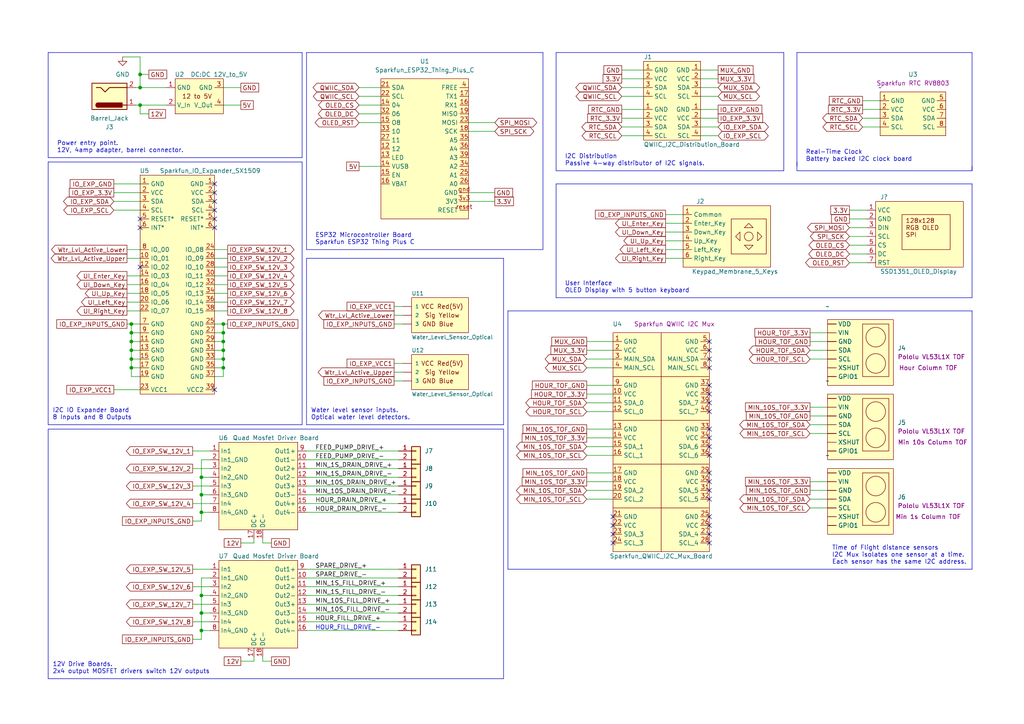
<source format=kicad_sch>
(kicad_sch (version 20230121) (generator eeschema)
  (paper "A4")
  (title_block (title "Aqua Clock Electronics Schematic") (date "2023/09/30") (rev "1.0") (company "JFM Automation"))
  (lib_symbols
    (symbol "Connector:Barrel_Jack" (pin_names (offset 1.016))
      (property "Reference" "J" (at 0 5.334 0))
      (property "Value" "Barrel_Jack" (at 0 -5.08 0))
      (symbol "Barrel_Jack_1_1"
        (pin passive line (at 7.62 2.54 180) (length 2.54) (name "~") (number "1"))
        (pin passive line (at 7.62 -2.54 180) (length 2.54) (name "~") (number "2"))
      )
    )
    (symbol "Connector_Generic:Conn_01x02" (pin_names (offset 1.016) hide)
      (property "Reference" "J" (at 0 2.54 0))
      (property "Value" "Conn_01x02" (at 0 -5.08 0))
      (symbol "Conn_01x02_1_1"
        (pin passive line (at -5.08 0 0) (length 3.81) (name "Pin_1") (number "1"))
        (pin passive line (at -5.08 -2.54 0) (length 3.81) (name "Pin_2") (number "2"))
      )
    )
    (symbol "Joe_Water_Clock_Kicad_Library:DC_DC_Converter_12V_to_5V"
      (property "Reference" "U2" (at 6.985 2.54 0))
      (property "Value" "DC:DC 12V_to_5V" (at 6.985 0 0))
      (symbol "DC_DC_Converter_12V_to_5V_1_1"
        (text "12 to 5V" (at 6.35 -7.62 0) (effects (font (size 1.27 1.27))))
        (pin power_in line (at -2.54 -5.08 0) (length 2.54) (name "GND") (number "1"))
        (pin power_in line (at -2.54 -10.16 0) (length 2.54) (name "V_In") (number "2"))
        (pin power_out line (at 13.97 -5.08 180) (length 2.54) (name "GND") (number "3"))
        (pin power_out line (at 13.97 -10.16 180) (length 2.54) (name "V_Out") (number "4"))
      )
    )
    (symbol "Joe_Water_Clock_Kicad_Library:Keypad_Membrane_5_Keys"
      (property "Reference" "J2" (at 1.27 -1.27 0))
      (property "Value" "Keypad_Membrane_5_Keys" (at 0 -21.59 0))
      (symbol "Keypad_Membrane_5_Keys_1_1"
        (pin input line (at -2.54 -5.08 0) (length 2.54) (name "Common") (number "1"))
        (pin input line (at -2.54 -7.62 0) (length 2.54) (name "Enter_Key") (number "2"))
        (pin input line (at -2.54 -10.16 0) (length 2.54) (name "Down_Key") (number "3"))
        (pin input line (at -2.54 -12.7 0) (length 2.54) (name "Up_Key") (number "4"))
        (pin input line (at -2.54 -15.24 0) (length 2.54) (name "Left_Key") (number "5"))
        (pin input line (at -2.54 -17.78 0) (length 2.54) (name "Right_Key") (number "6"))
      )
    )
    (symbol "Joe_Water_Clock_Kicad_Library:QWIIC_I2C_Distribution_Board"
      (property "Reference" "J" (at 1.27 -1.27 0))
      (property "Value" "QWIIC_I2C_Distribution_Board" (at 10.16 -26.67 0))
      (symbol "QWIIC_I2C_Distribution_Board_1_1"
        (pin input line (at -2.54 -16.51 0) (length 2.54) (name "GND") (number "1"))
        (pin input line (at -2.54 -5.08 0) (length 2.54) (name "GND") (number "1"))
        (pin input line (at 13.97 -16.51 180) (length 2.54) (name "GND") (number "1"))
        (pin input line (at 13.97 -5.08 180) (length 2.54) (name "GND") (number "1"))
        (pin input line (at -2.54 -19.05 0) (length 2.54) (name "VCC") (number "2"))
        (pin input line (at -2.54 -7.62 0) (length 2.54) (name "VCC") (number "2"))
        (pin input line (at 13.97 -19.05 180) (length 2.54) (name "VCC") (number "2"))
        (pin input line (at 13.97 -7.62 180) (length 2.54) (name "VCC") (number "2"))
        (pin input line (at -2.54 -21.59 0) (length 2.54) (name "SDA") (number "3"))
        (pin input line (at -2.54 -10.16 0) (length 2.54) (name "SDA") (number "3"))
        (pin input line (at 13.97 -21.59 180) (length 2.54) (name "SDA") (number "3"))
        (pin input line (at 13.97 -10.16 180) (length 2.54) (name "SDA") (number "3"))
        (pin input line (at -2.54 -24.13 0) (length 2.54) (name "SCL") (number "4"))
        (pin input line (at -2.54 -12.7 0) (length 2.54) (name "SCL") (number "4"))
        (pin input line (at 13.97 -24.13 180) (length 2.54) (name "SCL") (number "4"))
        (pin input line (at 13.97 -12.7 180) (length 2.54) (name "SCL") (number "4"))
      )
    )
    (symbol "Joe_Water_Clock_Kicad_Library:Quad_Mosfet_Driver_Board"
      (property "Reference" "U" (at -1.27 -1.27 0))
      (property "Value" "Quad Mosfet Driver Board" (at 16.51 -1.27 0))
      (symbol "Quad_Mosfet_Driver_Board_1_1"
        (pin input line (at -2.54 -5.08 0) (length 2.54) (name "In1") (number "1"))
        (pin output line (at 25.4 -7.62 180) (length 2.54) (name "Out1-") (number "10"))
        (pin output line (at 25.4 -10.16 180) (length 2.54) (name "Out2+") (number "11"))
        (pin output line (at 25.4 -12.7 180) (length 2.54) (name "Out2-") (number "12"))
        (pin output line (at 25.4 -15.24 180) (length 2.54) (name "Out3+") (number "13"))
        (pin output line (at 25.4 -17.78 180) (length 2.54) (name "Out3-") (number "14"))
        (pin output line (at 25.4 -20.32 180) (length 2.54) (name "Out4+") (number "15"))
        (pin output line (at 25.4 -22.86 180) (length 2.54) (name "Out4-") (number "16"))
        (pin power_in line (at 10.16 -30.48 90) (length 2.54) (name "DC+") (number "17"))
        (pin power_in line (at 12.7 -30.48 90) (length 2.54) (name "DC-") (number "18"))
        (pin input line (at -2.54 -7.62 0) (length 2.54) (name "In1_GND") (number "2"))
        (pin input line (at -2.54 -10.16 0) (length 2.54) (name "In2") (number "3"))
        (pin input line (at -2.54 -12.7 0) (length 2.54) (name "In2_GND") (number "4"))
        (pin input line (at -2.54 -15.24 0) (length 2.54) (name "In3") (number "5"))
        (pin input line (at -2.54 -17.78 0) (length 2.54) (name "In3_GND") (number "6"))
        (pin input line (at -2.54 -20.32 0) (length 2.54) (name "In4") (number "7"))
        (pin input line (at -2.54 -22.86 0) (length 2.54) (name "In4_GND") (number "8"))
        (pin output line (at 25.4 -5.08 180) (length 2.54) (name "Out1+") (number "9"))
      )
    )
    (symbol "Joe_Water_Clock_Kicad_Library:SSD1351_OLED_Display"
      (property "Reference" "J" (at -1.27 -1.27 0))
      (property "Value" "SSD1351_OLED_Display" (at 16.51 -1.27 0))
      (symbol "SSD1351_OLED_Display_0_0"
        (text_box "128x128 RGB OLED\nSPI" (at 7.62 -6.35 0) (size 13.97 -10.16) (effects (font (size 1.27 1.27)) (justify left top)))
      )
      (symbol "SSD1351_OLED_Display_1_1"
        (pin power_in line (at -2.54 -5.08 0) (length 2.54) (name "VCC") (number "1"))
        (pin power_in line (at -2.54 -7.62 0) (length 2.54) (name "GND") (number "2"))
        (pin input line (at -2.54 -10.16 0) (length 2.54) (name "DIN") (number "3"))
        (pin input line (at -2.54 -12.7 0) (length 2.54) (name "SCL") (number "4"))
        (pin input line (at -2.54 -15.24 0) (length 2.54) (name "CS") (number "5"))
        (pin input line (at -2.54 -17.78 0) (length 2.54) (name "DC") (number "6"))
        (pin input line (at -2.54 -20.32 0) (length 2.54) (name "RST") (number "7"))
      )
    )
    (symbol "Joe_Water_Clock_Kicad_Library:Sparkfun_ESP32_Thing_Plus_C"
      (property "Reference" "U" (at 0 2.54 0))
      (property "Value" "Sparkfun_ESP32_Thing_Plus_C" (at 13.97 -43.18 0))
      (property "Description" "Sparkfun ESP32-Thing Plus C" (at 12.7 0 0))
      (symbol "Sparkfun_ESP32_Thing_Plus_C_1_1"
        (pin input line (at 0 -21.59 0) (length 2.54) (name "12") (number "12"))
        (pin input line (at 0 -24.13 0) (length 2.54) (name "LED") (number "13"))
        (pin input line (at 0 -8.89 0) (length 2.54) (name "04") (number "14"))
        (pin input line (at 0 -26.67 0) (length 2.54) (name "VUSB") (number "14"))
        (pin input line (at 0 -29.21 0) (length 2.54) (name "EN") (number "15"))
        (pin input line (at 0 -13.97 0) (length 2.54) (name "O8") (number "15"))
        (pin input line (at 25.4 -8.89 180) (length 2.54) (name "RX1") (number "16"))
        (pin input line (at 0 -31.75 0) (length 2.54) (name "VBAT") (number "16"))
        (pin input line (at 25.4 -6.35 180) (length 2.54) (name "TX1") (number "17"))
        (pin input line (at 25.4 -16.51 180) (length 2.54) (name "SCK") (number "18"))
        (pin input line (at 25.4 -11.43 180) (length 2.54) (name "MISO") (number "19"))
        (pin input line (at 0 -3.81 0) (length 2.54) (name "SDA") (number "21"))
        (pin input line (at 0 -6.35 0) (length 2.54) (name "SCL") (number "22"))
        (pin input line (at 25.4 -13.97 180) (length 2.54) (name "MOSI") (number "23"))
        (pin input line (at 25.4 -29.21 180) (length 2.54) (name "A1") (number "25"))
        (pin input line (at 25.4 -31.75 180) (length 2.54) (name "A0") (number "26"))
        (pin input line (at 0 -19.05 0) (length 2.54) (name "11") (number "27"))
        (pin input line (at 0 -11.43 0) (length 2.54) (name "06") (number "32"))
        (pin input line (at 0 -16.51 0) (length 2.54) (name "10") (number "33"))
        (pin input line (at 25.4 -26.67 180) (length 2.54) (name "A2") (number "34"))
        (pin input line (at 25.4 -19.05 180) (length 2.54) (name "A5") (number "35"))
        (pin input line (at 25.4 -21.59 180) (length 2.54) (name "A4") (number "36"))
        (pin input line (at 25.4 -24.13 180) (length 2.54) (name "A3") (number "39"))
        (pin input line (at 25.4 -36.83 180) (length 2.54) (name "3V3") (number "3v3"))
        (pin input line (at 25.4 -3.81 180) (length 2.54) (name "FREE") (number "4"))
        (pin input line (at 25.4 -34.29 180) (length 2.54) (name "GND") (number "gnd"))
        (pin input line (at 25.4 -39.37 180) (length 2.54) (name "RESET") (number "reset"))
      )
    )
    (symbol "Joe_Water_Clock_Kicad_Library:Sparkfun_IO_Expander_SX1509"
      (property "Reference" "U5" (at 13.97 6.35 0))
      (property "Value" "Sparkfun_IO_Expander_SX1509" (at 13.97 3.81 0))
      (property "Description" "Sparkfun IO Expander SX1509" (at 13.97 1.27 0))
      (symbol "Sparkfun_IO_Expander_SX1509_1_1"
        (pin input line (at 0 -3.81 0) (length 2.54) (name "GND") (number "1"))
        (pin input line (at 21.59 -3.81 180) (length 2.54) (name "GND") (number "1"))
        (pin input line (at 0 -25.4 0) (length 2.54) (name "IO_01") (number "10"))
        (pin input line (at 0 -49.53 0) (length 2.54) (name "GND") (number "11"))
        (pin input line (at 0 -27.94 0) (length 2.54) (name "IO_02") (number "12"))
        (pin input line (at 0 -52.07 0) (length 2.54) (name "GND") (number "13"))
        (pin input line (at 0 -30.48 0) (length 2.54) (name "IO_03") (number "14"))
        (pin input line (at 0 -54.61 0) (length 2.54) (name "GND") (number "15"))
        (pin input line (at 0 -33.02 0) (length 2.54) (name "IO_04") (number "16"))
        (pin input line (at 0 -57.15 0) (length 2.54) (name "GND") (number "17"))
        (pin input line (at 0 -35.56 0) (length 2.54) (name "IO_05") (number "18"))
        (pin input line (at 0 -59.69 0) (length 2.54) (name "GND") (number "19"))
        (pin input line (at 0 -6.35 0) (length 2.54) (name "VCC") (number "2"))
        (pin input line (at 21.59 -6.35 180) (length 2.54) (name "VCC") (number "2"))
        (pin input line (at 0 -38.1 0) (length 2.54) (name "IO_06") (number "20"))
        (pin input line (at 0 -40.64 0) (length 2.54) (name "IO_07") (number "22"))
        (pin input line (at 0 -63.5 0) (length 2.54) (name "VCC1") (number "23"))
        (pin input line (at 21.59 -22.86 180) (length 2.54) (name "IO_08") (number "24"))
        (pin input line (at 21.59 -44.45 180) (length 2.54) (name "GND") (number "25"))
        (pin input line (at 21.59 -25.4 180) (length 2.54) (name "IO_09") (number "26"))
        (pin input line (at 21.59 -46.99 180) (length 2.54) (name "GND") (number "27"))
        (pin input line (at 21.59 -27.94 180) (length 2.54) (name "IO_10") (number "28"))
        (pin input line (at 21.59 -49.53 180) (length 2.54) (name "GND") (number "29"))
        (pin input line (at 0 -8.89 0) (length 2.54) (name "SDA") (number "3"))
        (pin input line (at 21.59 -8.89 180) (length 2.54) (name "SDA") (number "3"))
        (pin input line (at 21.59 -30.48 180) (length 2.54) (name "IO_11") (number "30"))
        (pin input line (at 21.59 -52.07 180) (length 2.54) (name "GND") (number "31"))
        (pin input line (at 21.59 -33.02 180) (length 2.54) (name "IO_12") (number "32"))
        (pin input line (at 21.59 -54.61 180) (length 2.54) (name "GND") (number "33"))
        (pin input line (at 21.59 -35.56 180) (length 2.54) (name "IO_13") (number "34"))
        (pin input line (at 21.59 -57.15 180) (length 2.54) (name "GND") (number "35"))
        (pin input line (at 21.59 -38.1 180) (length 2.54) (name "IO_14") (number "36"))
        (pin input line (at 21.59 -59.69 180) (length 2.54) (name "GND") (number "37"))
        (pin input line (at 21.59 -40.64 180) (length 2.54) (name "IO_15") (number "38"))
        (pin input line (at 21.59 -63.5 180) (length 2.54) (name "VCC2") (number "39"))
        (pin input line (at 0 -11.43 0) (length 2.54) (name "SCL") (number "4"))
        (pin input line (at 21.59 -11.43 180) (length 2.54) (name "SCL") (number "4"))
        (pin input line (at 0 -13.97 0) (length 2.54) (name "RESET*") (number "5"))
        (pin input line (at 21.59 -13.97 180) (length 2.54) (name "RESET*") (number "5"))
        (pin input line (at 0 -16.51 0) (length 2.54) (name "INT*") (number "6"))
        (pin input line (at 21.59 -16.51 180) (length 2.54) (name "INT*") (number "6"))
        (pin input line (at 0 -44.45 0) (length 2.54) (name "GND") (number "7"))
        (pin input line (at 0 -22.86 0) (length 2.54) (name "IO_00") (number "8"))
        (pin input line (at 0 -46.99 0) (length 2.54) (name "GND") (number "9"))
      )
    )
    (symbol "Joe_Water_Clock_Kicad_Library:Sparkfun_QWIIC_I2C_Mux_Board"
      (property "Reference" "U4" (at 1.27 1.27 0))
      (property "Value" "Sparkfun_QWIIC_I2C_Mux_Board" (at 13.97 -66.04 0))
      (property "Description" "Sparkfun QWIIC I2C Mux" (at 17.78 1.27 0))
      (symbol "Sparkfun_QWIIC_I2C_Mux_Board_1_1"
        (pin input line (at 0 -3.81 0) (length 2.54) (name "GND") (number "1"))
        (pin input line (at 0 -19.05 0) (length 2.54) (name "VCC") (number "10"))
        (pin input line (at 0 -21.59 0) (length 2.54) (name "SDA_0") (number "11"))
        (pin input line (at 0 -24.13 0) (length 2.54) (name "SCL_0") (number "12"))
        (pin input line (at 0 -29.21 0) (length 2.54) (name "GND") (number "13"))
        (pin input line (at 0 -31.75 0) (length 2.54) (name "VCC") (number "14"))
        (pin input line (at 0 -34.29 0) (length 2.54) (name "SDA_1") (number "15"))
        (pin input line (at 0 -36.83 0) (length 2.54) (name "SCL_1") (number "16"))
        (pin input line (at 0 -41.91 0) (length 2.54) (name "GND") (number "17"))
        (pin input line (at 0 -44.45 0) (length 2.54) (name "VCC") (number "18"))
        (pin input line (at 0 -46.99 0) (length 2.54) (name "SDA_2") (number "19"))
        (pin input line (at 0 -6.35 0) (length 2.54) (name "VCC") (number "2"))
        (pin input line (at 0 -49.53 0) (length 2.54) (name "SCL_2") (number "20"))
        (pin input line (at 0 -54.61 0) (length 2.54) (name "GND") (number "21"))
        (pin input line (at 0 -57.15 0) (length 2.54) (name "VCC") (number "22"))
        (pin input line (at 0 -59.69 0) (length 2.54) (name "SDA_3") (number "23"))
        (pin input line (at 0 -62.23 0) (length 2.54) (name "SCL_3") (number "24"))
        (pin input line (at 27.94 -54.61 180) (length 2.54) (name "GND") (number "25"))
        (pin input line (at 27.94 -57.15 180) (length 2.54) (name "VCC") (number "26"))
        (pin input line (at 27.94 -59.69 180) (length 2.54) (name "SDA_4") (number "27"))
        (pin input line (at 27.94 -62.23 180) (length 2.54) (name "SCL_4") (number "28"))
        (pin input line (at 27.94 -41.91 180) (length 2.54) (name "GND") (number "29"))
        (pin input line (at 0 -8.89 0) (length 2.54) (name "MAIN_SDA") (number "3"))
        (pin input line (at 27.94 -44.45 180) (length 2.54) (name "VCC") (number "30"))
        (pin input line (at 27.94 -46.99 180) (length 2.54) (name "SDA_5") (number "31"))
        (pin input line (at 27.94 -49.53 180) (length 2.54) (name "SCL_5") (number "32"))
        (pin input line (at 27.94 -29.21 180) (length 2.54) (name "GND") (number "33"))
        (pin input line (at 27.94 -31.75 180) (length 2.54) (name "VCC") (number "34"))
        (pin input line (at 27.94 -34.29 180) (length 2.54) (name "SDA_6") (number "35"))
        (pin input line (at 27.94 -36.83 180) (length 2.54) (name "SCL_6") (number "36"))
        (pin input line (at 27.94 -16.51 180) (length 2.54) (name "GND") (number "37"))
        (pin input line (at 27.94 -19.05 180) (length 2.54) (name "VCC") (number "38"))
        (pin input line (at 27.94 -21.59 180) (length 2.54) (name "SDA_7") (number "39"))
        (pin input line (at 0 -11.43 0) (length 2.54) (name "MAIN_SCL") (number "4"))
        (pin input line (at 27.94 -24.13 180) (length 2.54) (name "SCL_7") (number "40"))
        (pin input line (at 27.94 -3.81 180) (length 2.54) (name "GND") (number "5"))
        (pin input line (at 27.94 -6.35 180) (length 2.54) (name "VCC") (number "6"))
        (pin input line (at 27.94 -8.89 180) (length 2.54) (name "MAIN_SDA") (number "7"))
        (pin input line (at 27.94 -11.43 180) (length 2.54) (name "MAIN_SCL") (number "8"))
        (pin input line (at 0 -16.51 0) (length 2.54) (name "GND") (number "9"))
      )
    )
    (symbol "Joe_Water_Clock_Kicad_Library:Sparkfun_RTC_RV8803"
      (property "Reference" "U" (at 0 2.54 0))
      (property "Description" "Sparkfun RTC RV8803" (at 10.16 0 0))
      (symbol "Sparkfun_RTC_RV8803_1_1"
        (pin input line (at 0 -3.81 0) (length 2.54) (name "GND") (number "1"))
        (pin input line (at 0 -6.35 0) (length 2.54) (name "VCC") (number "2"))
        (pin input line (at 0 -8.89 0) (length 2.54) (name "SDA") (number "3"))
        (pin input line (at 0 -11.43 0) (length 2.54) (name "SCL") (number "4"))
        (pin input line (at 19.05 -3.81 180) (length 2.54) (name "GND") (number "5"))
        (pin input line (at 19.05 -6.35 180) (length 2.54) (name "VCC") (number "6"))
        (pin input line (at 19.05 -8.89 180) (length 2.54) (name "SDA") (number "7"))
        (pin input line (at 19.05 -11.43 180) (length 2.54) (name "SCL") (number "8"))
      )
    )
    (symbol "Joe_Water_Clock_Kicad_Library:VL53L1X" (pin_numbers hide)
      (property "Reference" "J" (at 1.27 -2.54 0))
      (property "Description" "Pololu VL53L1X TOF" (at 8.89 -24.13 0))
      (symbol "VL53L1X_1_1"
        (pin input line (at 0 -10.16 0) (length 2.54) (name "GND") (number "GND"))
        (pin input line (at 0 -20.32 0) (length 2.54) (name "GPIO1") (number "GPIO1"))
        (pin input line (at 0 -15.24 0) (length 2.54) (name "SCL") (number "SCL"))
        (pin input line (at 0 -12.7 0) (length 2.54) (name "SDA") (number "SDA"))
        (pin input line (at 0 -5.08 0) (length 2.54) (name "VDD") (number "VDD"))
        (pin input line (at 0 -7.62 0) (length 2.54) (name "VIN") (number "VIN"))
        (pin input line (at 0 -17.78 0) (length 2.54) (name "XSHUT") (number "XSHUT"))
      )
    )
    (symbol "Joe_Water_Clock_Kicad_Library:Water_Level_Sensor_Optical" (pin_numbers hide) (pin_names (offset 1.016))
      (property "Reference" "U" (at -5.08 8.89 0))
      (property "Value" "Water_Level_Sensor_Optical" (at 12.7 -3.81 0))
      (symbol "Water_Level_Sensor_Optical_1_1"
        (text "GND Blue" (at 1.27 5.08 0) (effects (font (size 1.27 1.27))))
        (text "Sig Yellow" (at 0 2.54 0) (effects (font (size 1.27 1.27))))
        (text "VCC Red(5V)" (at 0 0 0) (effects (font (size 1.27 1.27))))
        (pin passive line (at 11.43 0 180) (length 2.54) (name "1") (number "1"))
        (pin passive line (at 11.43 2.54 180) (length 2.54) (name "2") (number "2"))
        (pin passive line (at 11.43 5.08 180) (length 2.54) (name "3") (number "3"))
      )
    )
    (symbol "power:GND" (power) (pin_names (offset 0))
      (property "Value" "GND" (at 0 -3.81 0))
      (symbol "GND_1_1"
        (pin power_in line (at 0 0 270) (length 0) hide (name "GND") (number "1"))
      )
    )
  )
  (junction (at 38.1 99.06))
  (junction (at 58.42 143.51))
  (junction (at 58.42 182.88))
  (junction (at 64.77 104.14))
  (junction (at 58.42 177.8))
  (junction (at 38.1 96.52))
  (junction (at 38.1 104.14))
  (junction (at 38.1 106.68))
  (junction (at 40.64 25.4))
  (junction (at 64.77 99.06))
  (junction (at 40.64 30.48))
  (junction (at 40.64 21.59))
  (junction (at 58.42 148.59))
  (junction (at 38.1 93.98))
  (junction (at 64.77 93.98))
  (junction (at 58.42 138.43))
  (junction (at 64.77 96.52))
  (junction (at 38.1 101.6))
  (junction (at 58.42 172.72))
  (junction (at 64.77 106.68))
  (junction (at 64.77 101.6))
  (no_connect (at 62.23 113.03))
  (no_connect (at 205.74 154.94))
  (no_connect (at 205.74 124.46))
  (no_connect (at 205.74 139.7))
  (no_connect (at 205.74 104.14))
  (no_connect (at 205.74 129.54))
  (no_connect (at 205.74 101.6))
  (no_connect (at 177.8 152.4))
  (no_connect (at 40.64 66.04))
  (no_connect (at 205.74 152.4))
  (no_connect (at 177.8 154.94))
  (no_connect (at 177.8 149.86))
  (no_connect (at 205.74 132.08))
  (no_connect (at 205.74 127))
  (no_connect (at 205.74 149.86))
  (no_connect (at 62.23 55.88))
  (no_connect (at 62.23 60.96))
  (no_connect (at 177.8 157.48))
  (no_connect (at 205.74 119.38))
  (no_connect (at 205.74 142.24))
  (no_connect (at 205.74 116.84))
  (no_connect (at 205.74 111.76))
  (no_connect (at 205.74 106.68))
  (no_connect (at 205.74 144.78))
  (no_connect (at 205.74 157.48))
  (no_connect (at 205.74 99.06))
  (no_connect (at 40.64 77.47))
  (no_connect (at 62.23 53.34))
  (no_connect (at 62.23 63.5))
  (no_connect (at 40.64 63.5))
  (no_connect (at 62.23 58.42))
  (no_connect (at 205.74 137.16))
  (no_connect (at 205.74 114.3))
  (no_connect (at 62.23 66.04))
  (wire (pts (xy 250.19 29.21) (xy 255.27 29.21)))
  (wire (pts (xy 203.2 27.94) (xy 208.28 27.94)))
  (polyline (pts (xy 147.32 90.17) (xy 147.32 165.1)))
  (wire (pts (xy 55.88 185.42) (xy 58.42 185.42)))
  (wire (pts (xy 60.96 138.43) (xy 58.42 138.43)))
  (wire (pts (xy 234.95 96.52) (xy 240.03 96.52)))
  (wire (pts (xy 76.2 191.77) (xy 76.2 190.5)))
  (wire (pts (xy 38.1 109.22) (xy 38.1 106.68)))
  (wire (pts (xy 62.23 77.47) (xy 66.04 77.47)))
  (wire (pts (xy 180.34 20.32) (xy 186.69 20.32)))
  (wire (pts (xy 62.23 106.68) (xy 64.77 106.68)))
  (wire (pts (xy 170.18 116.84) (xy 177.8 116.84)))
  (wire (pts (xy 114.3 88.9) (xy 116.84 88.9)))
  (polyline (pts (xy 227.33 15.24) (xy 227.33 49.53)))
  (polyline (pts (xy 13.97 123.19) (xy 87.63 123.19)))
  (polyline (pts (xy 281.94 48.26) (xy 281.94 49.53)))
  (wire (pts (xy 88.9 167.64) (xy 115.57 167.64)))
  (polyline (pts (xy 157.48 15.24) (xy 157.48 72.39)))
  (polyline (pts (xy 87.63 46.99) (xy 13.97 46.99)))
  (wire (pts (xy 88.9 138.43) (xy 115.57 138.43)))
  (polyline (pts (xy 87.63 15.24) (xy 87.63 45.72)))
  (polyline (pts (xy 88.9 74.93) (xy 88.9 123.19)))
  (polyline (pts (xy 147.32 165.1) (xy 281.94 165.1)))
  (wire (pts (xy 203.2 25.4) (xy 208.28 25.4)))
  (wire (pts (xy 58.42 143.51) (xy 58.42 148.59)))
  (wire (pts (xy 38.1 93.98) (xy 40.64 93.98)))
  (wire (pts (xy 33.02 53.34) (xy 40.64 53.34)))
  (wire (pts (xy 62.23 96.52) (xy 64.77 96.52)))
  (wire (pts (xy 62.23 109.22) (xy 64.77 109.22)))
  (polyline (pts (xy 87.63 123.19) (xy 87.63 46.99)))
  (polyline (pts (xy 88.9 72.39) (xy 157.48 72.39)))
  (wire (pts (xy 88.9 172.72) (xy 115.57 172.72)))
  (polyline (pts (xy 146.05 123.19) (xy 146.05 74.93)))
  (wire (pts (xy 39.37 30.48) (xy 40.64 30.48)))
  (wire (pts (xy 55.88 146.05) (xy 60.96 146.05)))
  (wire (pts (xy 64.77 96.52) (xy 64.77 93.98)))
  (polyline (pts (xy 161.29 86.36) (xy 281.94 86.36)))
  (wire (pts (xy 170.18 129.54) (xy 177.8 129.54)))
  (wire (pts (xy 73.66 157.48) (xy 73.66 156.21)))
  (wire (pts (xy 180.34 39.37) (xy 186.69 39.37)))
  (wire (pts (xy 64.77 106.68) (xy 64.77 104.14)))
  (wire (pts (xy 180.34 27.94) (xy 186.69 27.94)))
  (polyline (pts (xy 227.33 15.24) (xy 161.29 15.24)))
  (wire (pts (xy 246.38 71.12) (xy 251.46 71.12)))
  (wire (pts (xy 88.9 175.26) (xy 115.57 175.26)))
  (wire (pts (xy 62.23 85.09) (xy 66.04 85.09)))
  (wire (pts (xy 62.23 74.93) (xy 66.04 74.93)))
  (wire (pts (xy 104.14 35.56) (xy 110.49 35.56)))
  (wire (pts (xy 40.64 30.48) (xy 48.26 30.48)))
  (wire (pts (xy 36.83 90.17) (xy 40.64 90.17)))
  (wire (pts (xy 73.66 191.77) (xy 73.66 190.5)))
  (wire (pts (xy 193.04 64.77) (xy 198.12 64.77)))
  (wire (pts (xy 78.74 191.77) (xy 76.2 191.77)))
  (polyline (pts (xy 88.9 74.93) (xy 146.05 74.93)))
  (wire (pts (xy 114.3 107.95) (xy 116.84 107.95)))
  (wire (pts (xy 234.95 144.78) (xy 240.03 144.78)))
  (wire (pts (xy 40.64 33.02) (xy 43.18 33.02)))
  (wire (pts (xy 88.9 182.88) (xy 115.57 182.88)))
  (wire (pts (xy 193.04 62.23) (xy 198.12 62.23)))
  (wire (pts (xy 114.3 110.49) (xy 116.84 110.49)))
  (wire (pts (xy 40.64 21.59) (xy 40.64 16.51)))
  (wire (pts (xy 40.64 21.59) (xy 43.18 21.59)))
  (wire (pts (xy 58.42 133.35) (xy 58.42 138.43)))
  (wire (pts (xy 114.3 105.41) (xy 116.84 105.41)))
  (wire (pts (xy 62.23 87.63) (xy 66.04 87.63)))
  (polyline (pts (xy 157.48 15.24) (xy 88.9 15.24)))
  (wire (pts (xy 246.38 68.58) (xy 251.46 68.58)))
  (wire (pts (xy 40.64 25.4) (xy 48.26 25.4)))
  (wire (pts (xy 246.38 76.2) (xy 251.46 76.2)))
  (wire (pts (xy 170.18 99.06) (xy 177.8 99.06)))
  (wire (pts (xy 203.2 20.32) (xy 208.28 20.32)))
  (wire (pts (xy 180.34 31.75) (xy 186.69 31.75)))
  (wire (pts (xy 180.34 25.4) (xy 186.69 25.4)))
  (wire (pts (xy 170.18 132.08) (xy 177.8 132.08)))
  (wire (pts (xy 104.14 33.02) (xy 110.49 33.02)))
  (wire (pts (xy 38.1 101.6) (xy 38.1 99.06)))
  (wire (pts (xy 62.23 72.39) (xy 66.04 72.39)))
  (wire (pts (xy 234.95 147.32) (xy 240.03 147.32)))
  (wire (pts (xy 40.64 109.22) (xy 38.1 109.22)))
  (wire (pts (xy 38.1 104.14) (xy 40.64 104.14)))
  (wire (pts (xy 250.19 34.29) (xy 255.27 34.29)))
  (wire (pts (xy 88.9 165.1) (xy 115.57 165.1)))
  (wire (pts (xy 58.42 172.72) (xy 60.96 172.72)))
  (wire (pts (xy 170.18 127) (xy 177.8 127)))
  (wire (pts (xy 246.38 63.5) (xy 251.46 63.5)))
  (wire (pts (xy 104.14 25.4) (xy 110.49 25.4)))
  (wire (pts (xy 58.42 172.72) (xy 58.42 167.64)))
  (wire (pts (xy 180.34 22.86) (xy 186.69 22.86)))
  (wire (pts (xy 62.23 82.55) (xy 66.04 82.55)))
  (wire (pts (xy 234.95 120.65) (xy 240.03 120.65)))
  (wire (pts (xy 38.1 99.06) (xy 38.1 96.52)))
  (polyline (pts (xy 13.97 124.46) (xy 13.97 196.85)))
  (polyline (pts (xy 161.29 53.34) (xy 161.29 86.36)))
  (wire (pts (xy 58.42 148.59) (xy 60.96 148.59)))
  (wire (pts (xy 234.95 118.11) (xy 240.03 118.11)))
  (wire (pts (xy 62.23 90.17) (xy 66.04 90.17)))
  (wire (pts (xy 114.3 93.98) (xy 116.84 93.98)))
  (wire (pts (xy 88.9 140.97) (xy 115.57 140.97)))
  (wire (pts (xy 33.02 60.96) (xy 40.64 60.96)))
  (wire (pts (xy 64.77 99.06) (xy 64.77 101.6)))
  (wire (pts (xy 55.88 151.13) (xy 58.42 151.13)))
  (wire (pts (xy 104.14 48.26) (xy 110.49 48.26)))
  (polyline (pts (xy 88.9 123.19) (xy 146.05 123.19)))
  (wire (pts (xy 76.2 156.21) (xy 76.2 157.48)))
  (wire (pts (xy 38.1 101.6) (xy 40.64 101.6)))
  (wire (pts (xy 69.85 157.48) (xy 73.66 157.48)))
  (wire (pts (xy 203.2 34.29) (xy 208.28 34.29)))
  (wire (pts (xy 246.38 60.96) (xy 251.46 60.96)))
  (wire (pts (xy 58.42 177.8) (xy 60.96 177.8)))
  (wire (pts (xy 193.04 74.93) (xy 198.12 74.93)))
  (polyline (pts (xy 281.94 90.17) (xy 147.32 90.17)))
  (wire (pts (xy 193.04 72.39) (xy 198.12 72.39)))
  (wire (pts (xy 180.34 34.29) (xy 186.69 34.29)))
  (wire (pts (xy 234.95 142.24) (xy 240.03 142.24)))
  (wire (pts (xy 88.9 177.8) (xy 115.57 177.8)))
  (wire (pts (xy 64.77 25.4) (xy 69.85 25.4)))
  (wire (pts (xy 36.83 93.98) (xy 38.1 93.98)))
  (wire (pts (xy 203.2 39.37) (xy 208.28 39.37)))
  (wire (pts (xy 58.42 182.88) (xy 60.96 182.88)))
  (wire (pts (xy 38.1 96.52) (xy 38.1 93.98)))
  (polyline (pts (xy 13.97 124.46) (xy 146.05 124.46)))
  (wire (pts (xy 135.89 55.88) (xy 143.51 55.88)))
  (wire (pts (xy 170.18 137.16) (xy 177.8 137.16)))
  (polyline (pts (xy 281.94 15.24) (xy 231.14 15.24)))
  (polyline (pts (xy 281.94 90.17) (xy 281.94 165.1)))
  (wire (pts (xy 36.83 85.09) (xy 40.64 85.09)))
  (wire (pts (xy 88.9 170.18) (xy 115.57 170.18)))
  (wire (pts (xy 234.95 123.19) (xy 240.03 123.19)))
  (wire (pts (xy 246.38 73.66) (xy 251.46 73.66)))
  (polyline (pts (xy 281.94 49.53) (xy 231.14 49.53)))
  (wire (pts (xy 135.89 58.42) (xy 143.51 58.42)))
  (polyline (pts (xy 161.29 49.53) (xy 227.33 49.53)))
  (polyline (pts (xy 281.94 53.34) (xy 281.94 86.36)))
  (wire (pts (xy 203.2 31.75) (xy 208.28 31.75)))
  (polyline (pts (xy 281.94 15.24) (xy 281.94 49.53)))
  (wire (pts (xy 170.18 139.7) (xy 177.8 139.7)))
  (wire (pts (xy 58.42 151.13) (xy 58.42 148.59)))
  (wire (pts (xy 62.23 104.14) (xy 64.77 104.14)))
  (wire (pts (xy 62.23 93.98) (xy 64.77 93.98)))
  (wire (pts (xy 135.89 38.1) (xy 143.51 38.1)))
  (wire (pts (xy 250.19 31.75) (xy 255.27 31.75)))
  (wire (pts (xy 170.18 144.78) (xy 177.8 144.78)))
  (wire (pts (xy 88.9 133.35) (xy 115.57 133.35)))
  (wire (pts (xy 170.18 106.68) (xy 177.8 106.68)))
  (wire (pts (xy 170.18 101.6) (xy 177.8 101.6)))
  (wire (pts (xy 33.02 113.03) (xy 40.64 113.03)))
  (wire (pts (xy 170.18 111.76) (xy 177.8 111.76)))
  (wire (pts (xy 234.95 104.14) (xy 240.03 104.14)))
  (polyline (pts (xy 13.97 15.24) (xy 13.97 45.72)))
  (wire (pts (xy 60.96 133.35) (xy 58.42 133.35)))
  (wire (pts (xy 55.88 130.81) (xy 60.96 130.81)))
  (wire (pts (xy 170.18 142.24) (xy 177.8 142.24)))
  (wire (pts (xy 55.88 180.34) (xy 60.96 180.34)))
  (wire (pts (xy 38.1 99.06) (xy 40.64 99.06)))
  (wire (pts (xy 170.18 104.14) (xy 177.8 104.14)))
  (wire (pts (xy 88.9 180.34) (xy 115.57 180.34)))
  (wire (pts (xy 234.95 99.06) (xy 240.03 99.06)))
  (wire (pts (xy 246.38 66.04) (xy 251.46 66.04)))
  (wire (pts (xy 104.14 27.94) (xy 110.49 27.94)))
  (wire (pts (xy 38.1 106.68) (xy 38.1 104.14)))
  (wire (pts (xy 170.18 124.46) (xy 177.8 124.46)))
  (wire (pts (xy 38.1 106.68) (xy 40.64 106.68)))
  (wire (pts (xy 234.95 125.73) (xy 240.03 125.73)))
  (wire (pts (xy 250.19 36.83) (xy 255.27 36.83)))
  (wire (pts (xy 58.42 167.64) (xy 60.96 167.64)))
  (wire (pts (xy 55.88 140.97) (xy 60.96 140.97)))
  (wire (pts (xy 60.96 143.51) (xy 58.42 143.51)))
  (wire (pts (xy 62.23 80.01) (xy 66.04 80.01)))
  (wire (pts (xy 39.37 25.4) (xy 40.64 25.4)))
  (wire (pts (xy 203.2 22.86) (xy 208.28 22.86)))
  (wire (pts (xy 104.14 30.48) (xy 110.49 30.48)))
  (wire (pts (xy 33.02 58.42) (xy 40.64 58.42)))
  (wire (pts (xy 58.42 182.88) (xy 58.42 177.8)))
  (wire (pts (xy 193.04 69.85) (xy 198.12 69.85)))
  (wire (pts (xy 55.88 165.1) (xy 60.96 165.1)))
  (wire (pts (xy 36.83 80.01) (xy 40.64 80.01)))
  (wire (pts (xy 55.88 170.18) (xy 60.96 170.18)))
  (wire (pts (xy 55.88 135.89) (xy 60.96 135.89)))
  (wire (pts (xy 38.1 96.52) (xy 40.64 96.52)))
  (wire (pts (xy 55.88 175.26) (xy 60.96 175.26)))
  (wire (pts (xy 193.04 67.31) (xy 198.12 67.31)))
  (wire (pts (xy 33.02 55.88) (xy 40.64 55.88)))
  (wire (pts (xy 36.83 87.63) (xy 40.64 87.63)))
  (wire (pts (xy 170.18 114.3) (xy 177.8 114.3)))
  (wire (pts (xy 135.89 35.56) (xy 143.51 35.56)))
  (wire (pts (xy 88.9 135.89) (xy 115.57 135.89)))
  (wire (pts (xy 58.42 177.8) (xy 58.42 172.72)))
  (wire (pts (xy 40.64 30.48) (xy 40.64 33.02)))
  (wire (pts (xy 88.9 143.51) (xy 115.57 143.51)))
  (wire (pts (xy 62.23 99.06) (xy 64.77 99.06)))
  (polyline (pts (xy 231.14 15.24) (xy 231.14 48.26)))
  (polyline (pts (xy 231.14 49.53) (xy 231.14 46.99)))
  (wire (pts (xy 180.34 36.83) (xy 186.69 36.83)))
  (polyline (pts (xy 13.97 123.19) (xy 13.97 46.99)))
  (wire (pts (xy 58.42 185.42) (xy 58.42 182.88)))
  (wire (pts (xy 88.9 148.59) (xy 115.57 148.59)))
  (polyline (pts (xy 161.29 15.24) (xy 161.29 49.53)))
  (wire (pts (xy 170.18 119.38) (xy 177.8 119.38)))
  (polyline (pts (xy 13.97 45.72) (xy 87.63 45.72)))
  (polyline (pts (xy 146.05 196.85) (xy 13.97 196.85)))
  (wire (pts (xy 62.23 101.6) (xy 64.77 101.6)))
  (wire (pts (xy 76.2 157.48) (xy 78.74 157.48)))
  (wire (pts (xy 88.9 130.81) (xy 115.57 130.81)))
  (wire (pts (xy 40.64 21.59) (xy 40.64 25.4)))
  (wire (pts (xy 64.77 101.6) (xy 64.77 104.14)))
  (wire (pts (xy 36.83 74.93) (xy 40.64 74.93)))
  (wire (pts (xy 64.77 99.06) (xy 64.77 96.52)))
  (wire (pts (xy 36.83 72.39) (xy 40.64 72.39)))
  (polyline (pts (xy 88.9 15.24) (xy 88.9 72.39)))
  (wire (pts (xy 58.42 138.43) (xy 58.42 143.51)))
  (polyline (pts (xy 281.94 53.34) (xy 161.29 53.34)))
  (wire (pts (xy 69.85 191.77) (xy 73.66 191.77)))
  (wire (pts (xy 35.56 16.51) (xy 40.64 16.51)))
  (wire (pts (xy 64.77 93.98) (xy 66.04 93.98)))
  (wire (pts (xy 36.83 82.55) (xy 40.64 82.55)))
  (polyline (pts (xy 87.63 15.24) (xy 13.97 15.24)))
  (wire (pts (xy 64.77 30.48) (xy 69.85 30.48)))
  (wire (pts (xy 234.95 139.7) (xy 240.03 139.7)))
  (wire (pts (xy 64.77 109.22) (xy 64.77 106.68)))
  (wire (pts (xy 88.9 146.05) (xy 115.57 146.05)))
  (wire (pts (xy 234.95 101.6) (xy 240.03 101.6)))
  (polyline (pts (xy 146.05 124.46) (xy 146.05 196.85)))
  (wire (pts (xy 114.3 91.44) (xy 116.84 91.44)))
  (wire (pts (xy 38.1 104.14) (xy 38.1 101.6)))
  (wire (pts (xy 203.2 36.83) (xy 208.28 36.83)))
  (text "I2C IO Expander Board\n8 Inputs and 8 Outputs" (at 15.24 121.92 0) (effects (font (size 1.27 1.27)) (justify left bottom)))
  (text "Time of Flight distance sensors\nI2C Mux isolates one sensor at a time.\nEach sensor has the same I2C address." (at 241.3 163.83 0) (effects (font (size 1.27 1.27)) (justify left bottom)))
  (text "I2C Distribution\nPassive 4-way distributor of I2C signals." (at 163.83 48.26 0) (effects (font (size 1.27 1.27)) (justify left bottom)))
  (text "12V Drive Boards.\n2x4 output MOSFET drivers switch 12V outputs" (at 15.24 195.58 0) (effects (font (size 1.27 1.27)) (justify left bottom)))
  (text "Power entry point.\n12V, 4amp adapter, barrel connector." (at 16.51 44.45 0) (effects (font (size 1.27 1.27)) (justify left bottom)))
  (text "HOUR_FILL_DRIVE_-" (at 91.44 182.88 0) (effects (font (size 1.27 1.27)) (justify left bottom)))
  (text "Real-Time Clock\nBattery backed I2C clock board" (at 233.68 46.99 0) (effects (font (size 1.27 1.27)) (justify left bottom)))
  (text "User Interface\nOLED Display with 5 button keyboard" (at 163.83 85.09 0) (effects (font (size 1.27 1.27)) (justify left bottom)))
  (text "Water level sensor inputs.\nOptical water level detectors." (at 90.17 121.92 0) (effects (font (size 1.27 1.27)) (justify left bottom)))
  (text "ESP32 Microcontroller Board\nSparkfun ESP32 Thing Plus C" (at 91.44 71.12 0) (effects (font (size 1.27 1.27)) (justify left bottom)))
  (label "SPARE_DRIVE_-" (at 91.44 167.64 0))
  (label "SPARE_DRIVE_+" (at 91.44 165.1 0))
  (label "FEED_PUMP_DRIVE_+" (at 91.44 130.81 0))
  (label "MIN_1S_DRAIN_DRIVE_-" (at 91.44 138.43 0))
  (label "MIN_10S_FILL_DRIVE_-" (at 91.44 177.8 0))
  (label "MIN_1S_FILL_DRIVE_+" (at 91.44 170.18 0))
  (label "HOUR_FILL_DRIVE_+" (at 91.44 180.34 0))
  (label "MIN_10S_DRAIN_DRIVE_+" (at 91.44 140.97 0))
  (label "MIN_1S_DRAIN_DRIVE_+" (at 91.44 135.89 0))
  (label "HOUR_DRAIN_DRIVE_+" (at 91.44 146.05 0))
  (label "FEED_PUMP_DRIVE_-" (at 91.44 133.35 0))
  (label "HOUR_DRAIN_DRIVE_-" (at 91.44 148.59 0))
  (label "MIN_10S_FILL_DRIVE_+" (at 91.44 175.26 0))
  (label "MIN_10S_DRAIN_DRIVE_-" (at 91.44 143.51 0))
  (label "MIN_1S_FILL_DRIVE_-" (at 91.44 172.72 0))
  (global_label "HOUR_TOF_GND" (shape passive) (at 170.18 111.76 180) (property "Intersheetrefs" "${INTERSHEET_REFS}" (effects hide)))
  (global_label "MIN_10S_TOF_SCL" (shape bidirectional) (at 234.95 125.73 180) (property "Intersheetrefs" "${INTERSHEET_REFS}" (effects hide)))
  (global_label "RTC_SDA" (shape bidirectional) (at 180.34 36.83 180) (property "Intersheetrefs" "${INTERSHEET_REFS}" (effects hide)))
  (global_label "IO_EXP_GND" (shape passive) (at 33.02 53.34 180) (property "Intersheetrefs" "${INTERSHEET_REFS}" (effects hide)))
  (global_label "IO_EXP_INPUTS_GND" (shape passive) (at 114.3 110.49 180) (property "Intersheetrefs" "${INTERSHEET_REFS}" (effects hide)))
  (global_label "MUX_SCL" (shape bidirectional) (at 208.28 27.94 0) (property "Intersheetrefs" "${INTERSHEET_REFS}" (effects hide)))
  (global_label "GND" (shape passive) (at 78.74 191.77 0) (property "Intersheetrefs" "${INTERSHEET_REFS}" (effects hide)))
  (global_label "IO_EXP_SW_12V_4" (shape output) (at 55.88 146.05 180) (property "Intersheetrefs" "${INTERSHEET_REFS}" (effects hide)))
  (global_label "HOUR_TOF_SCL" (shape bidirectional) (at 234.95 104.14 180) (property "Intersheetrefs" "${INTERSHEET_REFS}" (effects hide)))
  (global_label "IO_EXP_INPUTS_GND" (shape passive) (at 114.3 93.98 180) (property "Intersheetrefs" "${INTERSHEET_REFS}" (effects hide)))
  (global_label "MIN_10S_TOF_GND" (shape passive) (at 234.95 120.65 180) (property "Intersheetrefs" "${INTERSHEET_REFS}" (effects hide)))
  (global_label "IO_EXP_VCC1" (shape passive) (at 114.3 88.9 180) (property "Intersheetrefs" "${INTERSHEET_REFS}" (effects hide)))
  (global_label "IO_EXP_SDA" (shape bidirectional) (at 208.28 36.83 0) (property "Intersheetrefs" "${INTERSHEET_REFS}" (effects hide)))
  (global_label "RTC_GND" (shape passive) (at 180.34 31.75 180) (property "Intersheetrefs" "${INTERSHEET_REFS}" (effects hide)))
  (global_label "UI_Enter_Key" (shape output) (at 36.83 80.01 180) (property "Intersheetrefs" "${INTERSHEET_REFS}" (effects hide)))
  (global_label "MIN_10S_TOF_GND" (shape passive) (at 234.95 142.24 180) (property "Intersheetrefs" "${INTERSHEET_REFS}" (effects hide)))
  (global_label "IO_EXP_SDA" (shape bidirectional) (at 33.02 58.42 180) (property "Intersheetrefs" "${INTERSHEET_REFS}" (effects hide)))
  (global_label "SPI_SCK" (shape bidirectional) (at 143.51 38.1 0) (property "Intersheetrefs" "${INTERSHEET_REFS}" (effects hide)))
  (global_label "IO_EXP_SW_12V_5" (shape output) (at 55.88 165.1 180) (property "Intersheetrefs" "${INTERSHEET_REFS}" (effects hide)))
  (global_label "OLED_DC" (shape bidirectional) (at 246.38 73.66 180) (property "Intersheetrefs" "${INTERSHEET_REFS}" (effects hide)))
  (global_label "QWIIC_SDA" (shape bidirectional) (at 180.34 25.4 180) (property "Intersheetrefs" "${INTERSHEET_REFS}" (effects hide)))
  (global_label "MIN_10S_TOF_GND" (shape passive) (at 170.18 137.16 180) (property "Intersheetrefs" "${INTERSHEET_REFS}" (effects hide)))
  (global_label "IO_EXP_INPUTS_GND" (shape passive) (at 193.04 62.23 180) (property "Intersheetrefs" "${INTERSHEET_REFS}" (effects hide)))
  (global_label "IO_EXP_SW_12V_8" (shape output) (at 55.88 180.34 180) (property "Intersheetrefs" "${INTERSHEET_REFS}" (effects hide)))
  (global_label "UI_Up_Key" (shape output) (at 36.83 85.09 180) (property "Intersheetrefs" "${INTERSHEET_REFS}" (effects hide)))
  (global_label "IO_EXP_INPUTS_GND" (shape passive) (at 55.88 185.42 180) (property "Intersheetrefs" "${INTERSHEET_REFS}" (effects hide)))
  (global_label "MIN_10S_TOF_SCL" (shape bidirectional) (at 234.95 147.32 180) (property "Intersheetrefs" "${INTERSHEET_REFS}" (effects hide)))
  (global_label "IO_EXP_VCC1" (shape passive) (at 114.3 105.41 180) (property "Intersheetrefs" "${INTERSHEET_REFS}" (effects hide)))
  (global_label "IO_EXP_GND" (shape passive) (at 208.28 31.75 0) (property "Intersheetrefs" "${INTERSHEET_REFS}" (effects hide)))
  (global_label "UI_Left_Key" (shape output) (at 36.83 87.63 180) (property "Intersheetrefs" "${INTERSHEET_REFS}" (effects hide)))
  (global_label "MUX_GND" (shape passive) (at 170.18 99.06 180) (property "Intersheetrefs" "${INTERSHEET_REFS}" (effects hide)))
  (global_label "IO_EXP_VCC1" (shape passive) (at 33.02 113.03 180) (property "Intersheetrefs" "${INTERSHEET_REFS}" (effects hide)))
  (global_label "MIN_10S_TOF_SDA" (shape bidirectional) (at 234.95 144.78 180) (property "Intersheetrefs" "${INTERSHEET_REFS}" (effects hide)))
  (global_label "MIN_10S_TOF_3.3V" (shape passive) (at 234.95 118.11 180) (property "Intersheetrefs" "${INTERSHEET_REFS}" (effects hide)))
  (global_label "MIN_10S_TOF_GND" (shape passive) (at 170.18 124.46 180) (property "Intersheetrefs" "${INTERSHEET_REFS}" (effects hide)))
  (global_label "MIN_10S_TOF_SCL" (shape bidirectional) (at 170.18 132.08 180) (property "Intersheetrefs" "${INTERSHEET_REFS}" (effects hide)))
  (global_label "HOUR_TOF_SDA" (shape bidirectional) (at 170.18 116.84 180) (property "Intersheetrefs" "${INTERSHEET_REFS}" (effects hide)))
  (global_label "SPI_MOSI" (shape bidirectional) (at 143.51 35.56 0) (property "Intersheetrefs" "${INTERSHEET_REFS}" (effects hide)))
  (global_label "IO_EXP_INPUTS_GND" (shape passive) (at 66.04 93.98 0) (property "Intersheetrefs" "${INTERSHEET_REFS}" (effects hide)))
  (global_label "RTC_3.3V" (shape passive) (at 250.19 31.75 180) (property "Intersheetrefs" "${INTERSHEET_REFS}" (effects hide)))
  (global_label "IO_EXP_SW_12V_5" (shape output) (at 66.04 82.55 0) (property "Intersheetrefs" "${INTERSHEET_REFS}" (effects hide)))
  (global_label "MIN_10S_TOF_3.3V" (shape passive) (at 170.18 127 180) (property "Intersheetrefs" "${INTERSHEET_REFS}" (effects hide)))
  (global_label "RTC_GND" (shape passive) (at 250.19 29.21 180) (property "Intersheetrefs" "${INTERSHEET_REFS}" (effects hide)))
  (global_label "IO_EXP_SW_12V_1" (shape output) (at 55.88 130.81 180) (property "Intersheetrefs" "${INTERSHEET_REFS}" (effects hide)))
  (global_label "MUX_3.3V" (shape passive) (at 170.18 101.6 180) (property "Intersheetrefs" "${INTERSHEET_REFS}" (effects hide)))
  (global_label "IO_EXP_SCL" (shape bidirectional) (at 33.02 60.96 180) (property "Intersheetrefs" "${INTERSHEET_REFS}" (effects hide)))
  (global_label "MUX_SCL" (shape bidirectional) (at 170.18 106.68 180) (property "Intersheetrefs" "${INTERSHEET_REFS}" (effects hide)))
  (global_label "IO_EXP_SCL" (shape bidirectional) (at 208.28 39.37 0) (property "Intersheetrefs" "${INTERSHEET_REFS}" (effects hide)))
  (global_label "HOUR_TOF_GND" (shape passive) (at 234.95 99.06 180) (property "Intersheetrefs" "${INTERSHEET_REFS}" (effects hide)))
  (global_label "IO_EXP_INPUTS_GND" (shape passive) (at 36.83 93.98 180) (property "Intersheetrefs" "${INTERSHEET_REFS}" (effects hide)))
  (global_label "GND" (shape passive) (at 69.85 25.4 0) (property "Intersheetrefs" "${INTERSHEET_REFS}" (effects hide)))
  (global_label "HOUR_TOF_3.3V" (shape passive) (at 234.95 96.52 180) (property "Intersheetrefs" "${INTERSHEET_REFS}" (effects hide)))
  (global_label "MIN_10S_TOF_SCL" (shape bidirectional) (at 170.18 144.78 180) (property "Intersheetrefs" "${INTERSHEET_REFS}" (effects hide)))
  (global_label "5V" (shape passive) (at 69.85 30.48 0) (property "Intersheetrefs" "${INTERSHEET_REFS}" (effects hide)))
  (global_label "UI_Right_Key" (shape output) (at 36.83 90.17 180) (property "Intersheetrefs" "${INTERSHEET_REFS}" (effects hide)))
  (global_label "MIN_10S_TOF_SDA" (shape bidirectional) (at 234.95 123.19 180) (property "Intersheetrefs" "${INTERSHEET_REFS}" (effects hide)))
  (global_label "MUX_SDA" (shape bidirectional) (at 170.18 104.14 180) (property "Intersheetrefs" "${INTERSHEET_REFS}" (effects hide)))
  (global_label "UI_Down_Key" (shape output) (at 36.83 82.55 180) (property "Intersheetrefs" "${INTERSHEET_REFS}" (effects hide)))
  (global_label "UI_Left_Key" (shape output) (at 193.04 72.39 180) (property "Intersheetrefs" "${INTERSHEET_REFS}" (effects hide)))
  (global_label "IO_EXP_SW_12V_6" (shape output) (at 66.04 85.09 0) (property "Intersheetrefs" "${INTERSHEET_REFS}" (effects hide)))
  (global_label "SPI_SCK" (shape bidirectional) (at 246.38 68.58 180) (property "Intersheetrefs" "${INTERSHEET_REFS}" (effects hide)))
  (global_label "OLED_DC" (shape bidirectional) (at 104.14 33.02 180) (property "Intersheetrefs" "${INTERSHEET_REFS}" (effects hide)))
  (global_label "GND" (shape passive) (at 246.38 63.5 180) (property "Intersheetrefs" "${INTERSHEET_REFS}" (effects hide)))
  (global_label "IO_EXP_SW_12V_4" (shape output) (at 66.04 80.01 0) (property "Intersheetrefs" "${INTERSHEET_REFS}" (effects hide)))
  (global_label "5V" (shape passive) (at 104.14 48.26 180) (property "Intersheetrefs" "${INTERSHEET_REFS}" (effects hide)))
  (global_label "UI_Right_Key" (shape output) (at 193.04 74.93 180) (property "Intersheetrefs" "${INTERSHEET_REFS}" (effects hide)))
  (global_label "GND" (shape passive) (at 78.74 157.48 0) (property "Intersheetrefs" "${INTERSHEET_REFS}" (effects hide)))
  (global_label "GND" (shape passive) (at 180.34 20.32 180) (property "Intersheetrefs" "${INTERSHEET_REFS}" (effects hide)))
  (global_label "12V" (shape passive) (at 43.18 33.02 0) (property "Intersheetrefs" "${INTERSHEET_REFS}" (effects hide)))
  (global_label "12V" (shape passive) (at 69.85 191.77 180) (property "Intersheetrefs" "${INTERSHEET_REFS}" (effects hide)))
  (global_label "RTC_SDA" (shape bidirectional) (at 250.19 34.29 180) (property "Intersheetrefs" "${INTERSHEET_REFS}" (effects hide)))
  (global_label "IO_EXP_SW_12V_2" (shape output) (at 66.04 74.93 0) (property "Intersheetrefs" "${INTERSHEET_REFS}" (effects hide)))
  (global_label "OLED_CS" (shape bidirectional) (at 246.38 71.12 180) (property "Intersheetrefs" "${INTERSHEET_REFS}" (effects hide)))
  (global_label "RTC_SCL" (shape bidirectional) (at 180.34 39.37 180) (property "Intersheetrefs" "${INTERSHEET_REFS}" (effects hide)))
  (global_label "IO_EXP_SW_12V_7" (shape output) (at 55.88 175.26 180) (property "Intersheetrefs" "${INTERSHEET_REFS}" (effects hide)))
  (global_label "IO_EXP_SW_12V_3" (shape output) (at 66.04 77.47 0) (property "Intersheetrefs" "${INTERSHEET_REFS}" (effects hide)))
  (global_label "IO_EXP_SW_12V_1" (shape output) (at 66.04 72.39 0) (property "Intersheetrefs" "${INTERSHEET_REFS}" (effects hide)))
  (global_label "HOUR_TOF_SDA" (shape bidirectional) (at 234.95 101.6 180) (property "Intersheetrefs" "${INTERSHEET_REFS}" (effects hide)))
  (global_label "MIN_10S_TOF_SDA" (shape bidirectional) (at 170.18 129.54 180) (property "Intersheetrefs" "${INTERSHEET_REFS}" (effects hide)))
  (global_label "UI_Enter_Key" (shape output) (at 193.04 64.77 180) (property "Intersheetrefs" "${INTERSHEET_REFS}" (effects hide)))
  (global_label "GND" (shape passive) (at 43.18 21.59 0) (property "Intersheetrefs" "${INTERSHEET_REFS}" (effects hide)))
  (global_label "MIN_10S_TOF_3.3V" (shape passive) (at 234.95 139.7 180) (property "Intersheetrefs" "${INTERSHEET_REFS}" (effects hide)))
  (global_label "MIN_10S_TOF_SDA" (shape bidirectional) (at 170.18 142.24 180) (property "Intersheetrefs" "${INTERSHEET_REFS}" (effects hide)))
  (global_label "IO_EXP_SW_12V_6" (shape output) (at 55.88 170.18 180) (property "Intersheetrefs" "${INTERSHEET_REFS}" (effects hide)))
  (global_label "IO_EXP_3.3V" (shape passive) (at 33.02 55.88 180) (property "Intersheetrefs" "${INTERSHEET_REFS}" (effects hide)))
  (global_label "MIN_10S_TOF_3.3V" (shape passive) (at 170.18 139.7 180) (property "Intersheetrefs" "${INTERSHEET_REFS}" (effects hide)))
  (global_label "RTC_3.3V" (shape passive) (at 180.34 34.29 180) (property "Intersheetrefs" "${INTERSHEET_REFS}" (effects hide)))
  (global_label "IO_EXP_INPUTS_GND" (shape passive) (at 55.88 151.13 180) (property "Intersheetrefs" "${INTERSHEET_REFS}" (effects hide)))
  (global_label "OLED_CS" (shape bidirectional) (at 104.14 30.48 180) (property "Intersheetrefs" "${INTERSHEET_REFS}" (effects hide)))
  (global_label "HOUR_TOF_SCL" (shape bidirectional) (at 170.18 119.38 180) (property "Intersheetrefs" "${INTERSHEET_REFS}" (effects hide)))
  (global_label "UI_Down_Key" (shape output) (at 193.04 67.31 180) (property "Intersheetrefs" "${INTERSHEET_REFS}" (effects hide)))
  (global_label "UI_Up_Key" (shape output) (at 193.04 69.85 180) (property "Intersheetrefs" "${INTERSHEET_REFS}" (effects hide)))
  (global_label "GND" (shape passive) (at 143.51 55.88 0) (property "Intersheetrefs" "${INTERSHEET_REFS}" (effects hide)))
  (global_label "QWIIC_SDA" (shape bidirectional) (at 104.14 25.4 180) (property "Intersheetrefs" "${INTERSHEET_REFS}" (effects hide)))
  (global_label "Wtr_Lvl_Active_Upper" (shape output) (at 36.83 74.93 180) (property "Intersheetrefs" "${INTERSHEET_REFS}" (effects hide)))
  (global_label "MUX_SDA" (shape bidirectional) (at 208.28 25.4 0) (property "Intersheetrefs" "${INTERSHEET_REFS}" (effects hide)))
  (global_label "IO_EXP_SW_12V_8" (shape output) (at 66.04 90.17 0) (property "Intersheetrefs" "${INTERSHEET_REFS}" (effects hide)))
  (global_label "IO_EXP_3.3V" (shape passive) (at 208.28 34.29 0) (property "Intersheetrefs" "${INTERSHEET_REFS}" (effects hide)))
  (global_label "IO_EXP_SW_12V_3" (shape output) (at 55.88 140.97 180) (property "Intersheetrefs" "${INTERSHEET_REFS}" (effects hide)))
  (global_label "Wtr_Lvl_Active_Upper" (shape output) (at 114.3 107.95 180) (property "Intersheetrefs" "${INTERSHEET_REFS}" (effects hide)))
  (global_label "Wtr_Lvl_Active_Lower" (shape output) (at 36.83 72.39 180) (property "Intersheetrefs" "${INTERSHEET_REFS}" (effects hide)))
  (global_label "3.3V" (shape passive) (at 180.34 22.86 180) (property "Intersheetrefs" "${INTERSHEET_REFS}" (effects hide)))
  (global_label "OLED_RST" (shape bidirectional) (at 104.14 35.56 180) (property "Intersheetrefs" "${INTERSHEET_REFS}" (effects hide)))
  (global_label "SPI_MOSI" (shape bidirectional) (at 246.38 66.04 180) (property "Intersheetrefs" "${INTERSHEET_REFS}" (effects hide)))
  (global_label "12V" (shape passive) (at 69.85 157.48 180) (property "Intersheetrefs" "${INTERSHEET_REFS}" (effects hide)))
  (global_label "RTC_SCL" (shape bidirectional) (at 250.19 36.83 180) (property "Intersheetrefs" "${INTERSHEET_REFS}" (effects hide)))
  (global_label "QWIIC_SCL" (shape bidirectional) (at 180.34 27.94 180) (property "Intersheetrefs" "${INTERSHEET_REFS}" (effects hide)))
  (global_label "OLED_RST" (shape bidirectional) (at 246.38 76.2 180) (property "Intersheetrefs" "${INTERSHEET_REFS}" (effects hide)))
  (global_label "MUX_GND" (shape passive) (at 208.28 20.32 0) (property "Intersheetrefs" "${INTERSHEET_REFS}" (effects hide)))
  (global_label "Wtr_Lvl_Active_Lower" (shape output) (at 114.3 91.44 180) (property "Intersheetrefs" "${INTERSHEET_REFS}" (effects hide)))
  (global_label "MUX_3.3V" (shape passive) (at 208.28 22.86 0) (property "Intersheetrefs" "${INTERSHEET_REFS}" (effects hide)))
  (global_label "IO_EXP_SW_12V_2" (shape output) (at 55.88 135.89 180) (property "Intersheetrefs" "${INTERSHEET_REFS}" (effects hide)))
  (global_label "IO_EXP_SW_12V_7" (shape output) (at 66.04 87.63 0) (property "Intersheetrefs" "${INTERSHEET_REFS}" (effects hide)))
  (global_label "3.3V" (shape passive) (at 143.51 58.42 0) (property "Intersheetrefs" "${INTERSHEET_REFS}" (effects hide)))
  (global_label "HOUR_TOF_3.3V" (shape passive) (at 170.18 114.3 180) (property "Intersheetrefs" "${INTERSHEET_REFS}" (effects hide)))
  (global_label "QWIIC_SCL" (shape bidirectional) (at 104.14 27.94 180) (property "Intersheetrefs" "${INTERSHEET_REFS}" (effects hide)))
  (global_label "3.3V" (shape passive) (at 246.38 60.96 180) (property "Intersheetrefs" "${INTERSHEET_REFS}" (effects hide)))
  (symbol (lib_id "Joe_Water_Clock_Kicad_Library:VL53L1X") (at 240.03 88.9 0) (unit 1)
    (property "Reference" "J4" (at 260.35 100.965 0) (effects (justify left)))
    (property "Value" "~" (at 240.03 88.9 0))
    (property "Description" "Pololu VL53L1X TOF" (at 260.35 103.505 0) (effects (justify left)))
    (property "Position" "Hour Column TOF" (at 269.24 106.68 0))
  )
  (symbol (lib_id "Joe_Water_Clock_Kicad_Library:Water_Level_Sensor_Optical") (at 128.27 105.41 180) (unit 1)
    (property "Reference" "U12" (at 119.38 101.6 0) (effects (font (size 1.143 1.143)) (justify right)))
    (property "Value" "Water_Level_Sensor_Optical" (at 119.38 114.3 0) (effects (font (size 1.143 1.143)) (justify right)))
    (property "Footprint" "1X03" (effects hide))
  )
  (symbol (lib_id "Connector_Generic:Conn_01x02") (at 120.65 130.81 0) (unit 1)
    (property "Reference" "J7" (at 123.19 130.81 0) (effects (justify left)))
    (property "Value" "Conn_01x02" (effects hide))
  )
  (symbol (lib_id "Joe_Water_Clock_Kicad_Library:Keypad_Membrane_5_Keys") (at 200.66 57.15 0) (unit 1)
    (property "Reference" "J2" (at 201.93 58.42 0) (effects (justify left)))
    (property "Value" "Keypad_Membrane_5_Keys" (at 200.66 78.74 0) (effects (justify left)))
  )
  (symbol (lib_id "Joe_Water_Clock_Kicad_Library:Water_Level_Sensor_Optical") (at 128.27 88.9 180) (unit 1)
    (property "Reference" "U11" (at 119.38 85.09 0) (effects (font (size 1.143 1.143)) (justify right)))
    (property "Value" "Water_Level_Sensor_Optical" (at 119.38 97.79 0) (effects (font (size 1.143 1.143)) (justify right)))
    (property "Footprint" "1X03" (effects hide))
  )
  (symbol (lib_id "Joe_Water_Clock_Kicad_Library:QWIIC_I2C_Distribution_Board") (at 189.23 15.24 0) (unit 1)
    (property "Reference" "J1" (at 187.96 16.51 0))
    (property "Value" "QWIIC_I2C_Distribution_Board" (at 200.66 41.91 0))
  )
  (symbol (lib_id "Joe_Water_Clock_Kicad_Library:Sparkfun_RTC_RV8803") (at 255.27 25.4 0) (unit 1)
    (property "Reference" "U3" (at 264.795 21.59 0))
    (property "Value" "~" (at 255.27 25.4 0))
    (property "Description" "Sparkfun RTC RV8803" (at 264.795 24.13 0))
  )
  (symbol (lib_id "Connector_Generic:Conn_01x02") (at 120.65 175.26 0) (unit 1)
    (property "Reference" "J13" (at 123.19 175.26 0) (effects (justify left)))
    (property "Value" "Conn_01x02" (effects hide))
  )
  (symbol (lib_id "Joe_Water_Clock_Kicad_Library:Sparkfun_IO_Expander_SX1509") (at 40.64 49.53 0) (unit 1)
    (property "Reference" "U5" (at 41.91 49.53 0))
    (property "Value" "Sparkfun_IO_Expander_SX1509" (at 60.96 49.53 0))
    (property "Description" "Sparkfun IO Expander SX1509" (effects hide))
  )
  (symbol (lib_id "Connector_Generic:Conn_01x02") (at 120.65 180.34 0) (unit 1)
    (property "Reference" "J14" (at 123.19 180.34 0) (effects (justify left)))
    (property "Value" "Conn_01x02" (effects hide))
  )
  (symbol (lib_id "power:GND") (at 35.56 16.51 0) (unit 1)
    (property "Reference" "#PWR02" (effects hide))
    (property "Value" "GND" (at 35.56 21.59 0))
  )
  (symbol (lib_id "Joe_Water_Clock_Kicad_Library:Quad_Mosfet_Driver_Board") (at 63.5 160.02 0) (unit 1)
    (property "Reference" "U7" (at 64.77 161.29 0))
    (property "Value" "Quad Mosfet Driver Board" (at 80.01 161.29 0))
  )
  (symbol (lib_id "Joe_Water_Clock_Kicad_Library:DC_DC_Converter_12V_to_5V") (at 50.8 20.32 0) (unit 1)
    (property "Reference" "U2" (at 52.07 21.59 0))
    (property "Value" "DC:DC 12V_to_5V" (at 63.5 21.59 0))
  )
  (symbol (lib_id "Connector_Generic:Conn_01x02") (at 120.65 146.05 0) (unit 1)
    (property "Reference" "J10" (at 123.19 146.05 0) (effects (justify left)))
    (property "Value" "Conn_01x02" (effects hide))
  )
  (symbol (lib_id "Joe_Water_Clock_Kicad_Library:VL53L1X") (at 240.03 110.49 0) (unit 1)
    (property "Reference" "J5" (at 260.35 122.555 0) (effects (justify left)))
    (property "Value" "~" (at 240.03 110.49 0))
    (property "Description" "Pololu VL53L1X TOF" (at 260.35 125.095 0) (effects (justify left)))
    (property "Position" "Min 10s Column TOF" (at 270.51 128.27 0))
  )
  (symbol (lib_id "Joe_Water_Clock_Kicad_Library:VL53L1X") (at 240.03 132.08 0) (unit 1)
    (property "Reference" "J6" (at 260.35 144.145 0) (effects (justify left)))
    (property "Value" "~" (at 240.03 132.08 0))
    (property "Description" "Pololu VL53L1X TOF" (at 260.35 146.685 0) (effects (justify left)))
    (property "Position" "Min 1s Column TOF" (at 269.24 149.86 0))
  )
  (symbol (lib_id "Connector:Barrel_Jack") (at 31.75 27.94 0) (mirror x) (unit 1)
    (property "Reference" "J3" (at 31.75 36.83 0))
    (property "Value" "Barrel_Jack" (at 31.75 34.29 0))
  )
  (symbol (lib_id "Connector_Generic:Conn_01x02") (at 120.65 165.1 0) (unit 1)
    (property "Reference" "J11" (at 123.19 165.1 0) (effects (justify left)))
    (property "Value" "Conn_01x02" (effects hide))
  )
  (symbol (lib_id "Joe_Water_Clock_Kicad_Library:Quad_Mosfet_Driver_Board") (at 63.5 125.73 0) (unit 1)
    (property "Reference" "U6" (at 64.77 127 0))
    (property "Value" "Quad Mosfet Driver Board" (at 80.01 127 0))
  )
  (symbol (lib_id "Joe_Water_Clock_Kicad_Library:Sparkfun_ESP32_Thing_Plus_C") (at 110.49 21.59 0) (unit 1)
    (property "Reference" "U1" (at 123.19 17.78 0))
    (property "Value" "Sparkfun_ESP32_Thing_Plus_C" (at 123.19 20.32 0))
    (property "Description" "Sparkfun ESP32-Thing Plus C" (effects hide))
  )
  (symbol (lib_id "Joe_Water_Clock_Kicad_Library:Sparkfun_QWIIC_I2C_Mux_Board") (at 177.8 95.25 0) (unit 1)
    (property "Reference" "U4" (at 179.07 93.98 0))
    (property "Value" "Sparkfun_QWIIC_I2C_Mux_Board" (at 191.77 161.29 0))
    (property "Description" "Sparkfun QWIIC I2C Mux" (at 195.58 93.98 0))
  )
  (symbol (lib_id "Joe_Water_Clock_Kicad_Library:SSD1351_OLED_Display") (at 254 55.88 0) (unit 1)
    (property "Reference" "J?" (at 255.27 57.15 0) (effects (justify left)))
    (property "Value" "SSD1351_OLED_Display" (at 255.27 78.74 0) (effects (justify left)))
  )
  (symbol (lib_id "Connector_Generic:Conn_01x02") (at 120.65 135.89 0) (unit 1)
    (property "Reference" "J8" (at 123.19 135.89 0) (effects (justify left)))
    (property "Value" "Conn_01x02" (effects hide))
  )
  (symbol (lib_id "Connector_Generic:Conn_01x02") (at 120.65 170.18 0) (unit 1)
    (property "Reference" "J12" (at 123.19 170.18 0) (effects (justify left)))
    (property "Value" "Conn_01x02" (effects hide))
  )
  (symbol (lib_id "Connector_Generic:Conn_01x02") (at 120.65 140.97 0) (unit 1)
    (property "Reference" "J9" (at 123.19 140.97 0) (effects (justify left)))
    (property "Value" "Conn_01x02" (effects hide))
  )
)
</source>
